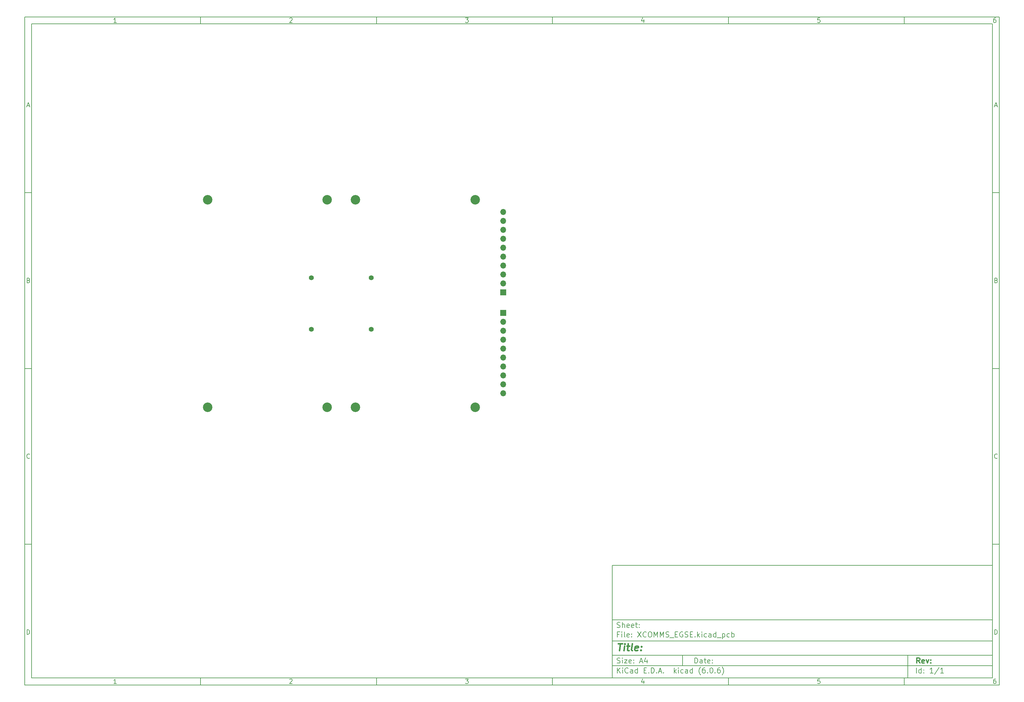
<source format=gbr>
%TF.GenerationSoftware,KiCad,Pcbnew,(6.0.6)*%
%TF.CreationDate,2022-07-08T12:35:32+02:00*%
%TF.ProjectId,XCOMMS_EGSE,58434f4d-4d53-45f4-9547-53452e6b6963,rev?*%
%TF.SameCoordinates,Original*%
%TF.FileFunction,Soldermask,Bot*%
%TF.FilePolarity,Negative*%
%FSLAX46Y46*%
G04 Gerber Fmt 4.6, Leading zero omitted, Abs format (unit mm)*
G04 Created by KiCad (PCBNEW (6.0.6)) date 2022-07-08 12:35:32*
%MOMM*%
%LPD*%
G01*
G04 APERTURE LIST*
%ADD10C,0.100000*%
%ADD11C,0.150000*%
%ADD12C,0.300000*%
%ADD13C,0.400000*%
%ADD14C,2.700000*%
%ADD15R,1.700000X1.700000*%
%ADD16O,1.700000X1.700000*%
%ADD17C,1.420000*%
G04 APERTURE END LIST*
D10*
D11*
X177002200Y-166007200D02*
X177002200Y-198007200D01*
X285002200Y-198007200D01*
X285002200Y-166007200D01*
X177002200Y-166007200D01*
D10*
D11*
X10000000Y-10000000D02*
X10000000Y-200007200D01*
X287002200Y-200007200D01*
X287002200Y-10000000D01*
X10000000Y-10000000D01*
D10*
D11*
X12000000Y-12000000D02*
X12000000Y-198007200D01*
X285002200Y-198007200D01*
X285002200Y-12000000D01*
X12000000Y-12000000D01*
D10*
D11*
X60000000Y-12000000D02*
X60000000Y-10000000D01*
D10*
D11*
X110000000Y-12000000D02*
X110000000Y-10000000D01*
D10*
D11*
X160000000Y-12000000D02*
X160000000Y-10000000D01*
D10*
D11*
X210000000Y-12000000D02*
X210000000Y-10000000D01*
D10*
D11*
X260000000Y-12000000D02*
X260000000Y-10000000D01*
D10*
D11*
X36065476Y-11588095D02*
X35322619Y-11588095D01*
X35694047Y-11588095D02*
X35694047Y-10288095D01*
X35570238Y-10473809D01*
X35446428Y-10597619D01*
X35322619Y-10659523D01*
D10*
D11*
X85322619Y-10411904D02*
X85384523Y-10350000D01*
X85508333Y-10288095D01*
X85817857Y-10288095D01*
X85941666Y-10350000D01*
X86003571Y-10411904D01*
X86065476Y-10535714D01*
X86065476Y-10659523D01*
X86003571Y-10845238D01*
X85260714Y-11588095D01*
X86065476Y-11588095D01*
D10*
D11*
X135260714Y-10288095D02*
X136065476Y-10288095D01*
X135632142Y-10783333D01*
X135817857Y-10783333D01*
X135941666Y-10845238D01*
X136003571Y-10907142D01*
X136065476Y-11030952D01*
X136065476Y-11340476D01*
X136003571Y-11464285D01*
X135941666Y-11526190D01*
X135817857Y-11588095D01*
X135446428Y-11588095D01*
X135322619Y-11526190D01*
X135260714Y-11464285D01*
D10*
D11*
X185941666Y-10721428D02*
X185941666Y-11588095D01*
X185632142Y-10226190D02*
X185322619Y-11154761D01*
X186127380Y-11154761D01*
D10*
D11*
X236003571Y-10288095D02*
X235384523Y-10288095D01*
X235322619Y-10907142D01*
X235384523Y-10845238D01*
X235508333Y-10783333D01*
X235817857Y-10783333D01*
X235941666Y-10845238D01*
X236003571Y-10907142D01*
X236065476Y-11030952D01*
X236065476Y-11340476D01*
X236003571Y-11464285D01*
X235941666Y-11526190D01*
X235817857Y-11588095D01*
X235508333Y-11588095D01*
X235384523Y-11526190D01*
X235322619Y-11464285D01*
D10*
D11*
X285941666Y-10288095D02*
X285694047Y-10288095D01*
X285570238Y-10350000D01*
X285508333Y-10411904D01*
X285384523Y-10597619D01*
X285322619Y-10845238D01*
X285322619Y-11340476D01*
X285384523Y-11464285D01*
X285446428Y-11526190D01*
X285570238Y-11588095D01*
X285817857Y-11588095D01*
X285941666Y-11526190D01*
X286003571Y-11464285D01*
X286065476Y-11340476D01*
X286065476Y-11030952D01*
X286003571Y-10907142D01*
X285941666Y-10845238D01*
X285817857Y-10783333D01*
X285570238Y-10783333D01*
X285446428Y-10845238D01*
X285384523Y-10907142D01*
X285322619Y-11030952D01*
D10*
D11*
X60000000Y-198007200D02*
X60000000Y-200007200D01*
D10*
D11*
X110000000Y-198007200D02*
X110000000Y-200007200D01*
D10*
D11*
X160000000Y-198007200D02*
X160000000Y-200007200D01*
D10*
D11*
X210000000Y-198007200D02*
X210000000Y-200007200D01*
D10*
D11*
X260000000Y-198007200D02*
X260000000Y-200007200D01*
D10*
D11*
X36065476Y-199595295D02*
X35322619Y-199595295D01*
X35694047Y-199595295D02*
X35694047Y-198295295D01*
X35570238Y-198481009D01*
X35446428Y-198604819D01*
X35322619Y-198666723D01*
D10*
D11*
X85322619Y-198419104D02*
X85384523Y-198357200D01*
X85508333Y-198295295D01*
X85817857Y-198295295D01*
X85941666Y-198357200D01*
X86003571Y-198419104D01*
X86065476Y-198542914D01*
X86065476Y-198666723D01*
X86003571Y-198852438D01*
X85260714Y-199595295D01*
X86065476Y-199595295D01*
D10*
D11*
X135260714Y-198295295D02*
X136065476Y-198295295D01*
X135632142Y-198790533D01*
X135817857Y-198790533D01*
X135941666Y-198852438D01*
X136003571Y-198914342D01*
X136065476Y-199038152D01*
X136065476Y-199347676D01*
X136003571Y-199471485D01*
X135941666Y-199533390D01*
X135817857Y-199595295D01*
X135446428Y-199595295D01*
X135322619Y-199533390D01*
X135260714Y-199471485D01*
D10*
D11*
X185941666Y-198728628D02*
X185941666Y-199595295D01*
X185632142Y-198233390D02*
X185322619Y-199161961D01*
X186127380Y-199161961D01*
D10*
D11*
X236003571Y-198295295D02*
X235384523Y-198295295D01*
X235322619Y-198914342D01*
X235384523Y-198852438D01*
X235508333Y-198790533D01*
X235817857Y-198790533D01*
X235941666Y-198852438D01*
X236003571Y-198914342D01*
X236065476Y-199038152D01*
X236065476Y-199347676D01*
X236003571Y-199471485D01*
X235941666Y-199533390D01*
X235817857Y-199595295D01*
X235508333Y-199595295D01*
X235384523Y-199533390D01*
X235322619Y-199471485D01*
D10*
D11*
X285941666Y-198295295D02*
X285694047Y-198295295D01*
X285570238Y-198357200D01*
X285508333Y-198419104D01*
X285384523Y-198604819D01*
X285322619Y-198852438D01*
X285322619Y-199347676D01*
X285384523Y-199471485D01*
X285446428Y-199533390D01*
X285570238Y-199595295D01*
X285817857Y-199595295D01*
X285941666Y-199533390D01*
X286003571Y-199471485D01*
X286065476Y-199347676D01*
X286065476Y-199038152D01*
X286003571Y-198914342D01*
X285941666Y-198852438D01*
X285817857Y-198790533D01*
X285570238Y-198790533D01*
X285446428Y-198852438D01*
X285384523Y-198914342D01*
X285322619Y-199038152D01*
D10*
D11*
X10000000Y-60000000D02*
X12000000Y-60000000D01*
D10*
D11*
X10000000Y-110000000D02*
X12000000Y-110000000D01*
D10*
D11*
X10000000Y-160000000D02*
X12000000Y-160000000D01*
D10*
D11*
X10690476Y-35216666D02*
X11309523Y-35216666D01*
X10566666Y-35588095D02*
X11000000Y-34288095D01*
X11433333Y-35588095D01*
D10*
D11*
X11092857Y-84907142D02*
X11278571Y-84969047D01*
X11340476Y-85030952D01*
X11402380Y-85154761D01*
X11402380Y-85340476D01*
X11340476Y-85464285D01*
X11278571Y-85526190D01*
X11154761Y-85588095D01*
X10659523Y-85588095D01*
X10659523Y-84288095D01*
X11092857Y-84288095D01*
X11216666Y-84350000D01*
X11278571Y-84411904D01*
X11340476Y-84535714D01*
X11340476Y-84659523D01*
X11278571Y-84783333D01*
X11216666Y-84845238D01*
X11092857Y-84907142D01*
X10659523Y-84907142D01*
D10*
D11*
X11402380Y-135464285D02*
X11340476Y-135526190D01*
X11154761Y-135588095D01*
X11030952Y-135588095D01*
X10845238Y-135526190D01*
X10721428Y-135402380D01*
X10659523Y-135278571D01*
X10597619Y-135030952D01*
X10597619Y-134845238D01*
X10659523Y-134597619D01*
X10721428Y-134473809D01*
X10845238Y-134350000D01*
X11030952Y-134288095D01*
X11154761Y-134288095D01*
X11340476Y-134350000D01*
X11402380Y-134411904D01*
D10*
D11*
X10659523Y-185588095D02*
X10659523Y-184288095D01*
X10969047Y-184288095D01*
X11154761Y-184350000D01*
X11278571Y-184473809D01*
X11340476Y-184597619D01*
X11402380Y-184845238D01*
X11402380Y-185030952D01*
X11340476Y-185278571D01*
X11278571Y-185402380D01*
X11154761Y-185526190D01*
X10969047Y-185588095D01*
X10659523Y-185588095D01*
D10*
D11*
X287002200Y-60000000D02*
X285002200Y-60000000D01*
D10*
D11*
X287002200Y-110000000D02*
X285002200Y-110000000D01*
D10*
D11*
X287002200Y-160000000D02*
X285002200Y-160000000D01*
D10*
D11*
X285692676Y-35216666D02*
X286311723Y-35216666D01*
X285568866Y-35588095D02*
X286002200Y-34288095D01*
X286435533Y-35588095D01*
D10*
D11*
X286095057Y-84907142D02*
X286280771Y-84969047D01*
X286342676Y-85030952D01*
X286404580Y-85154761D01*
X286404580Y-85340476D01*
X286342676Y-85464285D01*
X286280771Y-85526190D01*
X286156961Y-85588095D01*
X285661723Y-85588095D01*
X285661723Y-84288095D01*
X286095057Y-84288095D01*
X286218866Y-84350000D01*
X286280771Y-84411904D01*
X286342676Y-84535714D01*
X286342676Y-84659523D01*
X286280771Y-84783333D01*
X286218866Y-84845238D01*
X286095057Y-84907142D01*
X285661723Y-84907142D01*
D10*
D11*
X286404580Y-135464285D02*
X286342676Y-135526190D01*
X286156961Y-135588095D01*
X286033152Y-135588095D01*
X285847438Y-135526190D01*
X285723628Y-135402380D01*
X285661723Y-135278571D01*
X285599819Y-135030952D01*
X285599819Y-134845238D01*
X285661723Y-134597619D01*
X285723628Y-134473809D01*
X285847438Y-134350000D01*
X286033152Y-134288095D01*
X286156961Y-134288095D01*
X286342676Y-134350000D01*
X286404580Y-134411904D01*
D10*
D11*
X285661723Y-185588095D02*
X285661723Y-184288095D01*
X285971247Y-184288095D01*
X286156961Y-184350000D01*
X286280771Y-184473809D01*
X286342676Y-184597619D01*
X286404580Y-184845238D01*
X286404580Y-185030952D01*
X286342676Y-185278571D01*
X286280771Y-185402380D01*
X286156961Y-185526190D01*
X285971247Y-185588095D01*
X285661723Y-185588095D01*
D10*
D11*
X200434342Y-193785771D02*
X200434342Y-192285771D01*
X200791485Y-192285771D01*
X201005771Y-192357200D01*
X201148628Y-192500057D01*
X201220057Y-192642914D01*
X201291485Y-192928628D01*
X201291485Y-193142914D01*
X201220057Y-193428628D01*
X201148628Y-193571485D01*
X201005771Y-193714342D01*
X200791485Y-193785771D01*
X200434342Y-193785771D01*
X202577200Y-193785771D02*
X202577200Y-193000057D01*
X202505771Y-192857200D01*
X202362914Y-192785771D01*
X202077200Y-192785771D01*
X201934342Y-192857200D01*
X202577200Y-193714342D02*
X202434342Y-193785771D01*
X202077200Y-193785771D01*
X201934342Y-193714342D01*
X201862914Y-193571485D01*
X201862914Y-193428628D01*
X201934342Y-193285771D01*
X202077200Y-193214342D01*
X202434342Y-193214342D01*
X202577200Y-193142914D01*
X203077200Y-192785771D02*
X203648628Y-192785771D01*
X203291485Y-192285771D02*
X203291485Y-193571485D01*
X203362914Y-193714342D01*
X203505771Y-193785771D01*
X203648628Y-193785771D01*
X204720057Y-193714342D02*
X204577200Y-193785771D01*
X204291485Y-193785771D01*
X204148628Y-193714342D01*
X204077200Y-193571485D01*
X204077200Y-193000057D01*
X204148628Y-192857200D01*
X204291485Y-192785771D01*
X204577200Y-192785771D01*
X204720057Y-192857200D01*
X204791485Y-193000057D01*
X204791485Y-193142914D01*
X204077200Y-193285771D01*
X205434342Y-193642914D02*
X205505771Y-193714342D01*
X205434342Y-193785771D01*
X205362914Y-193714342D01*
X205434342Y-193642914D01*
X205434342Y-193785771D01*
X205434342Y-192857200D02*
X205505771Y-192928628D01*
X205434342Y-193000057D01*
X205362914Y-192928628D01*
X205434342Y-192857200D01*
X205434342Y-193000057D01*
D10*
D11*
X177002200Y-194507200D02*
X285002200Y-194507200D01*
D10*
D11*
X178434342Y-196585771D02*
X178434342Y-195085771D01*
X179291485Y-196585771D02*
X178648628Y-195728628D01*
X179291485Y-195085771D02*
X178434342Y-195942914D01*
X179934342Y-196585771D02*
X179934342Y-195585771D01*
X179934342Y-195085771D02*
X179862914Y-195157200D01*
X179934342Y-195228628D01*
X180005771Y-195157200D01*
X179934342Y-195085771D01*
X179934342Y-195228628D01*
X181505771Y-196442914D02*
X181434342Y-196514342D01*
X181220057Y-196585771D01*
X181077200Y-196585771D01*
X180862914Y-196514342D01*
X180720057Y-196371485D01*
X180648628Y-196228628D01*
X180577200Y-195942914D01*
X180577200Y-195728628D01*
X180648628Y-195442914D01*
X180720057Y-195300057D01*
X180862914Y-195157200D01*
X181077200Y-195085771D01*
X181220057Y-195085771D01*
X181434342Y-195157200D01*
X181505771Y-195228628D01*
X182791485Y-196585771D02*
X182791485Y-195800057D01*
X182720057Y-195657200D01*
X182577200Y-195585771D01*
X182291485Y-195585771D01*
X182148628Y-195657200D01*
X182791485Y-196514342D02*
X182648628Y-196585771D01*
X182291485Y-196585771D01*
X182148628Y-196514342D01*
X182077200Y-196371485D01*
X182077200Y-196228628D01*
X182148628Y-196085771D01*
X182291485Y-196014342D01*
X182648628Y-196014342D01*
X182791485Y-195942914D01*
X184148628Y-196585771D02*
X184148628Y-195085771D01*
X184148628Y-196514342D02*
X184005771Y-196585771D01*
X183720057Y-196585771D01*
X183577200Y-196514342D01*
X183505771Y-196442914D01*
X183434342Y-196300057D01*
X183434342Y-195871485D01*
X183505771Y-195728628D01*
X183577200Y-195657200D01*
X183720057Y-195585771D01*
X184005771Y-195585771D01*
X184148628Y-195657200D01*
X186005771Y-195800057D02*
X186505771Y-195800057D01*
X186720057Y-196585771D02*
X186005771Y-196585771D01*
X186005771Y-195085771D01*
X186720057Y-195085771D01*
X187362914Y-196442914D02*
X187434342Y-196514342D01*
X187362914Y-196585771D01*
X187291485Y-196514342D01*
X187362914Y-196442914D01*
X187362914Y-196585771D01*
X188077200Y-196585771D02*
X188077200Y-195085771D01*
X188434342Y-195085771D01*
X188648628Y-195157200D01*
X188791485Y-195300057D01*
X188862914Y-195442914D01*
X188934342Y-195728628D01*
X188934342Y-195942914D01*
X188862914Y-196228628D01*
X188791485Y-196371485D01*
X188648628Y-196514342D01*
X188434342Y-196585771D01*
X188077200Y-196585771D01*
X189577200Y-196442914D02*
X189648628Y-196514342D01*
X189577200Y-196585771D01*
X189505771Y-196514342D01*
X189577200Y-196442914D01*
X189577200Y-196585771D01*
X190220057Y-196157200D02*
X190934342Y-196157200D01*
X190077200Y-196585771D02*
X190577200Y-195085771D01*
X191077200Y-196585771D01*
X191577200Y-196442914D02*
X191648628Y-196514342D01*
X191577200Y-196585771D01*
X191505771Y-196514342D01*
X191577200Y-196442914D01*
X191577200Y-196585771D01*
X194577200Y-196585771D02*
X194577200Y-195085771D01*
X194720057Y-196014342D02*
X195148628Y-196585771D01*
X195148628Y-195585771D02*
X194577200Y-196157200D01*
X195791485Y-196585771D02*
X195791485Y-195585771D01*
X195791485Y-195085771D02*
X195720057Y-195157200D01*
X195791485Y-195228628D01*
X195862914Y-195157200D01*
X195791485Y-195085771D01*
X195791485Y-195228628D01*
X197148628Y-196514342D02*
X197005771Y-196585771D01*
X196720057Y-196585771D01*
X196577200Y-196514342D01*
X196505771Y-196442914D01*
X196434342Y-196300057D01*
X196434342Y-195871485D01*
X196505771Y-195728628D01*
X196577200Y-195657200D01*
X196720057Y-195585771D01*
X197005771Y-195585771D01*
X197148628Y-195657200D01*
X198434342Y-196585771D02*
X198434342Y-195800057D01*
X198362914Y-195657200D01*
X198220057Y-195585771D01*
X197934342Y-195585771D01*
X197791485Y-195657200D01*
X198434342Y-196514342D02*
X198291485Y-196585771D01*
X197934342Y-196585771D01*
X197791485Y-196514342D01*
X197720057Y-196371485D01*
X197720057Y-196228628D01*
X197791485Y-196085771D01*
X197934342Y-196014342D01*
X198291485Y-196014342D01*
X198434342Y-195942914D01*
X199791485Y-196585771D02*
X199791485Y-195085771D01*
X199791485Y-196514342D02*
X199648628Y-196585771D01*
X199362914Y-196585771D01*
X199220057Y-196514342D01*
X199148628Y-196442914D01*
X199077200Y-196300057D01*
X199077200Y-195871485D01*
X199148628Y-195728628D01*
X199220057Y-195657200D01*
X199362914Y-195585771D01*
X199648628Y-195585771D01*
X199791485Y-195657200D01*
X202077200Y-197157200D02*
X202005771Y-197085771D01*
X201862914Y-196871485D01*
X201791485Y-196728628D01*
X201720057Y-196514342D01*
X201648628Y-196157200D01*
X201648628Y-195871485D01*
X201720057Y-195514342D01*
X201791485Y-195300057D01*
X201862914Y-195157200D01*
X202005771Y-194942914D01*
X202077200Y-194871485D01*
X203291485Y-195085771D02*
X203005771Y-195085771D01*
X202862914Y-195157200D01*
X202791485Y-195228628D01*
X202648628Y-195442914D01*
X202577200Y-195728628D01*
X202577200Y-196300057D01*
X202648628Y-196442914D01*
X202720057Y-196514342D01*
X202862914Y-196585771D01*
X203148628Y-196585771D01*
X203291485Y-196514342D01*
X203362914Y-196442914D01*
X203434342Y-196300057D01*
X203434342Y-195942914D01*
X203362914Y-195800057D01*
X203291485Y-195728628D01*
X203148628Y-195657200D01*
X202862914Y-195657200D01*
X202720057Y-195728628D01*
X202648628Y-195800057D01*
X202577200Y-195942914D01*
X204077200Y-196442914D02*
X204148628Y-196514342D01*
X204077200Y-196585771D01*
X204005771Y-196514342D01*
X204077200Y-196442914D01*
X204077200Y-196585771D01*
X205077200Y-195085771D02*
X205220057Y-195085771D01*
X205362914Y-195157200D01*
X205434342Y-195228628D01*
X205505771Y-195371485D01*
X205577200Y-195657200D01*
X205577200Y-196014342D01*
X205505771Y-196300057D01*
X205434342Y-196442914D01*
X205362914Y-196514342D01*
X205220057Y-196585771D01*
X205077200Y-196585771D01*
X204934342Y-196514342D01*
X204862914Y-196442914D01*
X204791485Y-196300057D01*
X204720057Y-196014342D01*
X204720057Y-195657200D01*
X204791485Y-195371485D01*
X204862914Y-195228628D01*
X204934342Y-195157200D01*
X205077200Y-195085771D01*
X206220057Y-196442914D02*
X206291485Y-196514342D01*
X206220057Y-196585771D01*
X206148628Y-196514342D01*
X206220057Y-196442914D01*
X206220057Y-196585771D01*
X207577200Y-195085771D02*
X207291485Y-195085771D01*
X207148628Y-195157200D01*
X207077200Y-195228628D01*
X206934342Y-195442914D01*
X206862914Y-195728628D01*
X206862914Y-196300057D01*
X206934342Y-196442914D01*
X207005771Y-196514342D01*
X207148628Y-196585771D01*
X207434342Y-196585771D01*
X207577200Y-196514342D01*
X207648628Y-196442914D01*
X207720057Y-196300057D01*
X207720057Y-195942914D01*
X207648628Y-195800057D01*
X207577200Y-195728628D01*
X207434342Y-195657200D01*
X207148628Y-195657200D01*
X207005771Y-195728628D01*
X206934342Y-195800057D01*
X206862914Y-195942914D01*
X208220057Y-197157200D02*
X208291485Y-197085771D01*
X208434342Y-196871485D01*
X208505771Y-196728628D01*
X208577200Y-196514342D01*
X208648628Y-196157200D01*
X208648628Y-195871485D01*
X208577200Y-195514342D01*
X208505771Y-195300057D01*
X208434342Y-195157200D01*
X208291485Y-194942914D01*
X208220057Y-194871485D01*
D10*
D11*
X177002200Y-191507200D02*
X285002200Y-191507200D01*
D10*
D12*
X264411485Y-193785771D02*
X263911485Y-193071485D01*
X263554342Y-193785771D02*
X263554342Y-192285771D01*
X264125771Y-192285771D01*
X264268628Y-192357200D01*
X264340057Y-192428628D01*
X264411485Y-192571485D01*
X264411485Y-192785771D01*
X264340057Y-192928628D01*
X264268628Y-193000057D01*
X264125771Y-193071485D01*
X263554342Y-193071485D01*
X265625771Y-193714342D02*
X265482914Y-193785771D01*
X265197200Y-193785771D01*
X265054342Y-193714342D01*
X264982914Y-193571485D01*
X264982914Y-193000057D01*
X265054342Y-192857200D01*
X265197200Y-192785771D01*
X265482914Y-192785771D01*
X265625771Y-192857200D01*
X265697200Y-193000057D01*
X265697200Y-193142914D01*
X264982914Y-193285771D01*
X266197200Y-192785771D02*
X266554342Y-193785771D01*
X266911485Y-192785771D01*
X267482914Y-193642914D02*
X267554342Y-193714342D01*
X267482914Y-193785771D01*
X267411485Y-193714342D01*
X267482914Y-193642914D01*
X267482914Y-193785771D01*
X267482914Y-192857200D02*
X267554342Y-192928628D01*
X267482914Y-193000057D01*
X267411485Y-192928628D01*
X267482914Y-192857200D01*
X267482914Y-193000057D01*
D10*
D11*
X178362914Y-193714342D02*
X178577200Y-193785771D01*
X178934342Y-193785771D01*
X179077200Y-193714342D01*
X179148628Y-193642914D01*
X179220057Y-193500057D01*
X179220057Y-193357200D01*
X179148628Y-193214342D01*
X179077200Y-193142914D01*
X178934342Y-193071485D01*
X178648628Y-193000057D01*
X178505771Y-192928628D01*
X178434342Y-192857200D01*
X178362914Y-192714342D01*
X178362914Y-192571485D01*
X178434342Y-192428628D01*
X178505771Y-192357200D01*
X178648628Y-192285771D01*
X179005771Y-192285771D01*
X179220057Y-192357200D01*
X179862914Y-193785771D02*
X179862914Y-192785771D01*
X179862914Y-192285771D02*
X179791485Y-192357200D01*
X179862914Y-192428628D01*
X179934342Y-192357200D01*
X179862914Y-192285771D01*
X179862914Y-192428628D01*
X180434342Y-192785771D02*
X181220057Y-192785771D01*
X180434342Y-193785771D01*
X181220057Y-193785771D01*
X182362914Y-193714342D02*
X182220057Y-193785771D01*
X181934342Y-193785771D01*
X181791485Y-193714342D01*
X181720057Y-193571485D01*
X181720057Y-193000057D01*
X181791485Y-192857200D01*
X181934342Y-192785771D01*
X182220057Y-192785771D01*
X182362914Y-192857200D01*
X182434342Y-193000057D01*
X182434342Y-193142914D01*
X181720057Y-193285771D01*
X183077200Y-193642914D02*
X183148628Y-193714342D01*
X183077200Y-193785771D01*
X183005771Y-193714342D01*
X183077200Y-193642914D01*
X183077200Y-193785771D01*
X183077200Y-192857200D02*
X183148628Y-192928628D01*
X183077200Y-193000057D01*
X183005771Y-192928628D01*
X183077200Y-192857200D01*
X183077200Y-193000057D01*
X184862914Y-193357200D02*
X185577200Y-193357200D01*
X184720057Y-193785771D02*
X185220057Y-192285771D01*
X185720057Y-193785771D01*
X186862914Y-192785771D02*
X186862914Y-193785771D01*
X186505771Y-192214342D02*
X186148628Y-193285771D01*
X187077200Y-193285771D01*
D10*
D11*
X263434342Y-196585771D02*
X263434342Y-195085771D01*
X264791485Y-196585771D02*
X264791485Y-195085771D01*
X264791485Y-196514342D02*
X264648628Y-196585771D01*
X264362914Y-196585771D01*
X264220057Y-196514342D01*
X264148628Y-196442914D01*
X264077200Y-196300057D01*
X264077200Y-195871485D01*
X264148628Y-195728628D01*
X264220057Y-195657200D01*
X264362914Y-195585771D01*
X264648628Y-195585771D01*
X264791485Y-195657200D01*
X265505771Y-196442914D02*
X265577200Y-196514342D01*
X265505771Y-196585771D01*
X265434342Y-196514342D01*
X265505771Y-196442914D01*
X265505771Y-196585771D01*
X265505771Y-195657200D02*
X265577200Y-195728628D01*
X265505771Y-195800057D01*
X265434342Y-195728628D01*
X265505771Y-195657200D01*
X265505771Y-195800057D01*
X268148628Y-196585771D02*
X267291485Y-196585771D01*
X267720057Y-196585771D02*
X267720057Y-195085771D01*
X267577200Y-195300057D01*
X267434342Y-195442914D01*
X267291485Y-195514342D01*
X269862914Y-195014342D02*
X268577200Y-196942914D01*
X271148628Y-196585771D02*
X270291485Y-196585771D01*
X270720057Y-196585771D02*
X270720057Y-195085771D01*
X270577200Y-195300057D01*
X270434342Y-195442914D01*
X270291485Y-195514342D01*
D10*
D11*
X177002200Y-187507200D02*
X285002200Y-187507200D01*
D10*
D13*
X178714580Y-188211961D02*
X179857438Y-188211961D01*
X179036009Y-190211961D02*
X179286009Y-188211961D01*
X180274104Y-190211961D02*
X180440771Y-188878628D01*
X180524104Y-188211961D02*
X180416961Y-188307200D01*
X180500295Y-188402438D01*
X180607438Y-188307200D01*
X180524104Y-188211961D01*
X180500295Y-188402438D01*
X181107438Y-188878628D02*
X181869342Y-188878628D01*
X181476485Y-188211961D02*
X181262200Y-189926247D01*
X181333628Y-190116723D01*
X181512200Y-190211961D01*
X181702676Y-190211961D01*
X182655057Y-190211961D02*
X182476485Y-190116723D01*
X182405057Y-189926247D01*
X182619342Y-188211961D01*
X184190771Y-190116723D02*
X183988390Y-190211961D01*
X183607438Y-190211961D01*
X183428866Y-190116723D01*
X183357438Y-189926247D01*
X183452676Y-189164342D01*
X183571723Y-188973866D01*
X183774104Y-188878628D01*
X184155057Y-188878628D01*
X184333628Y-188973866D01*
X184405057Y-189164342D01*
X184381247Y-189354819D01*
X183405057Y-189545295D01*
X185155057Y-190021485D02*
X185238390Y-190116723D01*
X185131247Y-190211961D01*
X185047914Y-190116723D01*
X185155057Y-190021485D01*
X185131247Y-190211961D01*
X185286009Y-188973866D02*
X185369342Y-189069104D01*
X185262200Y-189164342D01*
X185178866Y-189069104D01*
X185286009Y-188973866D01*
X185262200Y-189164342D01*
D10*
D11*
X178934342Y-185600057D02*
X178434342Y-185600057D01*
X178434342Y-186385771D02*
X178434342Y-184885771D01*
X179148628Y-184885771D01*
X179720057Y-186385771D02*
X179720057Y-185385771D01*
X179720057Y-184885771D02*
X179648628Y-184957200D01*
X179720057Y-185028628D01*
X179791485Y-184957200D01*
X179720057Y-184885771D01*
X179720057Y-185028628D01*
X180648628Y-186385771D02*
X180505771Y-186314342D01*
X180434342Y-186171485D01*
X180434342Y-184885771D01*
X181791485Y-186314342D02*
X181648628Y-186385771D01*
X181362914Y-186385771D01*
X181220057Y-186314342D01*
X181148628Y-186171485D01*
X181148628Y-185600057D01*
X181220057Y-185457200D01*
X181362914Y-185385771D01*
X181648628Y-185385771D01*
X181791485Y-185457200D01*
X181862914Y-185600057D01*
X181862914Y-185742914D01*
X181148628Y-185885771D01*
X182505771Y-186242914D02*
X182577200Y-186314342D01*
X182505771Y-186385771D01*
X182434342Y-186314342D01*
X182505771Y-186242914D01*
X182505771Y-186385771D01*
X182505771Y-185457200D02*
X182577200Y-185528628D01*
X182505771Y-185600057D01*
X182434342Y-185528628D01*
X182505771Y-185457200D01*
X182505771Y-185600057D01*
X184220057Y-184885771D02*
X185220057Y-186385771D01*
X185220057Y-184885771D02*
X184220057Y-186385771D01*
X186648628Y-186242914D02*
X186577200Y-186314342D01*
X186362914Y-186385771D01*
X186220057Y-186385771D01*
X186005771Y-186314342D01*
X185862914Y-186171485D01*
X185791485Y-186028628D01*
X185720057Y-185742914D01*
X185720057Y-185528628D01*
X185791485Y-185242914D01*
X185862914Y-185100057D01*
X186005771Y-184957200D01*
X186220057Y-184885771D01*
X186362914Y-184885771D01*
X186577200Y-184957200D01*
X186648628Y-185028628D01*
X187577200Y-184885771D02*
X187862914Y-184885771D01*
X188005771Y-184957200D01*
X188148628Y-185100057D01*
X188220057Y-185385771D01*
X188220057Y-185885771D01*
X188148628Y-186171485D01*
X188005771Y-186314342D01*
X187862914Y-186385771D01*
X187577200Y-186385771D01*
X187434342Y-186314342D01*
X187291485Y-186171485D01*
X187220057Y-185885771D01*
X187220057Y-185385771D01*
X187291485Y-185100057D01*
X187434342Y-184957200D01*
X187577200Y-184885771D01*
X188862914Y-186385771D02*
X188862914Y-184885771D01*
X189362914Y-185957200D01*
X189862914Y-184885771D01*
X189862914Y-186385771D01*
X190577200Y-186385771D02*
X190577200Y-184885771D01*
X191077200Y-185957200D01*
X191577200Y-184885771D01*
X191577200Y-186385771D01*
X192220057Y-186314342D02*
X192434342Y-186385771D01*
X192791485Y-186385771D01*
X192934342Y-186314342D01*
X193005771Y-186242914D01*
X193077200Y-186100057D01*
X193077200Y-185957200D01*
X193005771Y-185814342D01*
X192934342Y-185742914D01*
X192791485Y-185671485D01*
X192505771Y-185600057D01*
X192362914Y-185528628D01*
X192291485Y-185457200D01*
X192220057Y-185314342D01*
X192220057Y-185171485D01*
X192291485Y-185028628D01*
X192362914Y-184957200D01*
X192505771Y-184885771D01*
X192862914Y-184885771D01*
X193077200Y-184957200D01*
X193362914Y-186528628D02*
X194505771Y-186528628D01*
X194862914Y-185600057D02*
X195362914Y-185600057D01*
X195577200Y-186385771D02*
X194862914Y-186385771D01*
X194862914Y-184885771D01*
X195577200Y-184885771D01*
X197005771Y-184957200D02*
X196862914Y-184885771D01*
X196648628Y-184885771D01*
X196434342Y-184957200D01*
X196291485Y-185100057D01*
X196220057Y-185242914D01*
X196148628Y-185528628D01*
X196148628Y-185742914D01*
X196220057Y-186028628D01*
X196291485Y-186171485D01*
X196434342Y-186314342D01*
X196648628Y-186385771D01*
X196791485Y-186385771D01*
X197005771Y-186314342D01*
X197077200Y-186242914D01*
X197077200Y-185742914D01*
X196791485Y-185742914D01*
X197648628Y-186314342D02*
X197862914Y-186385771D01*
X198220057Y-186385771D01*
X198362914Y-186314342D01*
X198434342Y-186242914D01*
X198505771Y-186100057D01*
X198505771Y-185957200D01*
X198434342Y-185814342D01*
X198362914Y-185742914D01*
X198220057Y-185671485D01*
X197934342Y-185600057D01*
X197791485Y-185528628D01*
X197720057Y-185457200D01*
X197648628Y-185314342D01*
X197648628Y-185171485D01*
X197720057Y-185028628D01*
X197791485Y-184957200D01*
X197934342Y-184885771D01*
X198291485Y-184885771D01*
X198505771Y-184957200D01*
X199148628Y-185600057D02*
X199648628Y-185600057D01*
X199862914Y-186385771D02*
X199148628Y-186385771D01*
X199148628Y-184885771D01*
X199862914Y-184885771D01*
X200505771Y-186242914D02*
X200577200Y-186314342D01*
X200505771Y-186385771D01*
X200434342Y-186314342D01*
X200505771Y-186242914D01*
X200505771Y-186385771D01*
X201220057Y-186385771D02*
X201220057Y-184885771D01*
X201362914Y-185814342D02*
X201791485Y-186385771D01*
X201791485Y-185385771D02*
X201220057Y-185957200D01*
X202434342Y-186385771D02*
X202434342Y-185385771D01*
X202434342Y-184885771D02*
X202362914Y-184957200D01*
X202434342Y-185028628D01*
X202505771Y-184957200D01*
X202434342Y-184885771D01*
X202434342Y-185028628D01*
X203791485Y-186314342D02*
X203648628Y-186385771D01*
X203362914Y-186385771D01*
X203220057Y-186314342D01*
X203148628Y-186242914D01*
X203077200Y-186100057D01*
X203077200Y-185671485D01*
X203148628Y-185528628D01*
X203220057Y-185457200D01*
X203362914Y-185385771D01*
X203648628Y-185385771D01*
X203791485Y-185457200D01*
X205077200Y-186385771D02*
X205077200Y-185600057D01*
X205005771Y-185457200D01*
X204862914Y-185385771D01*
X204577200Y-185385771D01*
X204434342Y-185457200D01*
X205077200Y-186314342D02*
X204934342Y-186385771D01*
X204577200Y-186385771D01*
X204434342Y-186314342D01*
X204362914Y-186171485D01*
X204362914Y-186028628D01*
X204434342Y-185885771D01*
X204577200Y-185814342D01*
X204934342Y-185814342D01*
X205077200Y-185742914D01*
X206434342Y-186385771D02*
X206434342Y-184885771D01*
X206434342Y-186314342D02*
X206291485Y-186385771D01*
X206005771Y-186385771D01*
X205862914Y-186314342D01*
X205791485Y-186242914D01*
X205720057Y-186100057D01*
X205720057Y-185671485D01*
X205791485Y-185528628D01*
X205862914Y-185457200D01*
X206005771Y-185385771D01*
X206291485Y-185385771D01*
X206434342Y-185457200D01*
X206791485Y-186528628D02*
X207934342Y-186528628D01*
X208291485Y-185385771D02*
X208291485Y-186885771D01*
X208291485Y-185457200D02*
X208434342Y-185385771D01*
X208720057Y-185385771D01*
X208862914Y-185457200D01*
X208934342Y-185528628D01*
X209005771Y-185671485D01*
X209005771Y-186100057D01*
X208934342Y-186242914D01*
X208862914Y-186314342D01*
X208720057Y-186385771D01*
X208434342Y-186385771D01*
X208291485Y-186314342D01*
X210291485Y-186314342D02*
X210148628Y-186385771D01*
X209862914Y-186385771D01*
X209720057Y-186314342D01*
X209648628Y-186242914D01*
X209577200Y-186100057D01*
X209577200Y-185671485D01*
X209648628Y-185528628D01*
X209720057Y-185457200D01*
X209862914Y-185385771D01*
X210148628Y-185385771D01*
X210291485Y-185457200D01*
X210934342Y-186385771D02*
X210934342Y-184885771D01*
X210934342Y-185457200D02*
X211077200Y-185385771D01*
X211362914Y-185385771D01*
X211505771Y-185457200D01*
X211577200Y-185528628D01*
X211648628Y-185671485D01*
X211648628Y-186100057D01*
X211577200Y-186242914D01*
X211505771Y-186314342D01*
X211362914Y-186385771D01*
X211077200Y-186385771D01*
X210934342Y-186314342D01*
D10*
D11*
X177002200Y-181507200D02*
X285002200Y-181507200D01*
D10*
D11*
X178362914Y-183614342D02*
X178577200Y-183685771D01*
X178934342Y-183685771D01*
X179077200Y-183614342D01*
X179148628Y-183542914D01*
X179220057Y-183400057D01*
X179220057Y-183257200D01*
X179148628Y-183114342D01*
X179077200Y-183042914D01*
X178934342Y-182971485D01*
X178648628Y-182900057D01*
X178505771Y-182828628D01*
X178434342Y-182757200D01*
X178362914Y-182614342D01*
X178362914Y-182471485D01*
X178434342Y-182328628D01*
X178505771Y-182257200D01*
X178648628Y-182185771D01*
X179005771Y-182185771D01*
X179220057Y-182257200D01*
X179862914Y-183685771D02*
X179862914Y-182185771D01*
X180505771Y-183685771D02*
X180505771Y-182900057D01*
X180434342Y-182757200D01*
X180291485Y-182685771D01*
X180077200Y-182685771D01*
X179934342Y-182757200D01*
X179862914Y-182828628D01*
X181791485Y-183614342D02*
X181648628Y-183685771D01*
X181362914Y-183685771D01*
X181220057Y-183614342D01*
X181148628Y-183471485D01*
X181148628Y-182900057D01*
X181220057Y-182757200D01*
X181362914Y-182685771D01*
X181648628Y-182685771D01*
X181791485Y-182757200D01*
X181862914Y-182900057D01*
X181862914Y-183042914D01*
X181148628Y-183185771D01*
X183077200Y-183614342D02*
X182934342Y-183685771D01*
X182648628Y-183685771D01*
X182505771Y-183614342D01*
X182434342Y-183471485D01*
X182434342Y-182900057D01*
X182505771Y-182757200D01*
X182648628Y-182685771D01*
X182934342Y-182685771D01*
X183077200Y-182757200D01*
X183148628Y-182900057D01*
X183148628Y-183042914D01*
X182434342Y-183185771D01*
X183577200Y-182685771D02*
X184148628Y-182685771D01*
X183791485Y-182185771D02*
X183791485Y-183471485D01*
X183862914Y-183614342D01*
X184005771Y-183685771D01*
X184148628Y-183685771D01*
X184648628Y-183542914D02*
X184720057Y-183614342D01*
X184648628Y-183685771D01*
X184577200Y-183614342D01*
X184648628Y-183542914D01*
X184648628Y-183685771D01*
X184648628Y-182757200D02*
X184720057Y-182828628D01*
X184648628Y-182900057D01*
X184577200Y-182828628D01*
X184648628Y-182757200D01*
X184648628Y-182900057D01*
D10*
D12*
D10*
D11*
D10*
D11*
D10*
D11*
D10*
D11*
D10*
D11*
X197002200Y-191507200D02*
X197002200Y-194507200D01*
D10*
D11*
X261002200Y-191507200D02*
X261002200Y-198007200D01*
D14*
%TO.C,H3*%
X62000000Y-121000000D03*
%TD*%
%TO.C,H6*%
X104000000Y-121000000D03*
%TD*%
%TO.C,H7*%
X138000000Y-62000000D03*
%TD*%
%TO.C,H8*%
X138000000Y-121000000D03*
%TD*%
D15*
%TO.C,J3*%
X146000000Y-94140000D03*
D16*
X146000000Y-96680000D03*
X146000000Y-99220000D03*
X146000000Y-101760000D03*
X146000000Y-104300000D03*
X146000000Y-106840000D03*
X146000000Y-109380000D03*
X146000000Y-111920000D03*
X146000000Y-114460000D03*
X146000000Y-117000000D03*
%TD*%
D14*
%TO.C,H4*%
X62000000Y-62000000D03*
%TD*%
%TO.C,H1*%
X96000000Y-121000000D03*
%TD*%
D17*
%TO.C,J1*%
X91485000Y-98800000D03*
X91485000Y-84190000D03*
%TD*%
%TO.C,J5*%
X108500000Y-84195000D03*
X108500000Y-98805000D03*
%TD*%
D15*
%TO.C,J2*%
X146000000Y-88300000D03*
D16*
X146000000Y-85760000D03*
X146000000Y-83220000D03*
X146000000Y-80680000D03*
X146000000Y-78140000D03*
X146000000Y-75600000D03*
X146000000Y-73060000D03*
X146000000Y-70520000D03*
X146000000Y-67980000D03*
X146000000Y-65440000D03*
%TD*%
D14*
%TO.C,H2*%
X96000000Y-62000000D03*
%TD*%
%TO.C,H5*%
X104000000Y-62000000D03*
%TD*%
M02*

</source>
